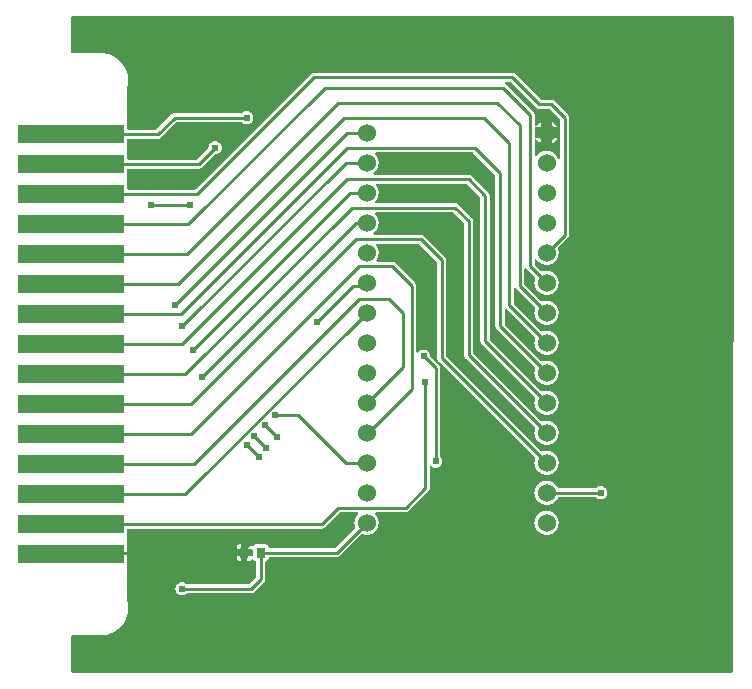
<source format=gtl>
G04 Layer: TopLayer*
G04 EasyEDA v6.5.22, 2023-04-21 14:11:52*
G04 6639ec0bfd30429d8febbb54714beaf6,0d2cea57a9a8422ebbcee2df73fbc454,10*
G04 Gerber Generator version 0.2*
G04 Scale: 100 percent, Rotated: No, Reflected: No *
G04 Dimensions in millimeters *
G04 leading zeros omitted , absolute positions ,4 integer and 5 decimal *
%FSLAX45Y45*%
%MOMM*%

%ADD10C,0.2540*%
%ADD11R,0.8000X0.9000*%
%ADD12R,9.0000X1.5240*%
%ADD13C,1.5240*%
%ADD14C,0.6096*%
%ADD15C,0.6000*%
%ADD16C,0.0157*%

%LPD*%
G36*
X4853482Y4934559D02*
G01*
X4849622Y4935321D01*
X4846320Y4937506D01*
X4844084Y4940757D01*
X4840935Y4948224D01*
X4833975Y4959959D01*
X4825492Y4970678D01*
X4815687Y4980178D01*
X4804714Y4988255D01*
X4792776Y4994808D01*
X4780026Y4999685D01*
X4766767Y5002885D01*
X4753203Y5004206D01*
X4739589Y5003749D01*
X4726127Y5001514D01*
X4713122Y4997450D01*
X4700727Y4991709D01*
X4689246Y4984394D01*
X4678832Y4975606D01*
X4669688Y4965446D01*
X4667250Y4961890D01*
X4664151Y4958994D01*
X4660087Y4957572D01*
X4655870Y4957978D01*
X4652162Y4960061D01*
X4649622Y4963464D01*
X4648708Y4967681D01*
X4648708Y5090718D01*
X4649622Y5094884D01*
X4652162Y5098338D01*
X4655870Y5100421D01*
X4660087Y5100828D01*
X4664151Y5099405D01*
X4667250Y5096510D01*
X4669688Y5092954D01*
X4678832Y5082794D01*
X4689246Y5074005D01*
X4700727Y5066690D01*
X4705350Y5064556D01*
X4705350Y5111750D01*
X4658868Y5111750D01*
X4654956Y5112512D01*
X4651705Y5114747D01*
X4649470Y5117998D01*
X4648708Y5121910D01*
X4648708Y5190490D01*
X4649470Y5194401D01*
X4651705Y5197652D01*
X4654956Y5199888D01*
X4658868Y5200650D01*
X4705350Y5200650D01*
X4705350Y5247843D01*
X4700727Y5245709D01*
X4689246Y5238394D01*
X4678832Y5229606D01*
X4669688Y5219446D01*
X4667250Y5215890D01*
X4664151Y5212994D01*
X4660087Y5211572D01*
X4655870Y5211978D01*
X4652162Y5214061D01*
X4649622Y5217464D01*
X4648708Y5221681D01*
X4648708Y5308092D01*
X4647895Y5316118D01*
X4645710Y5323332D01*
X4642154Y5330037D01*
X4637024Y5336235D01*
X4409135Y5564124D01*
X4402632Y5569458D01*
X4400042Y5572709D01*
X4398975Y5576671D01*
X4399534Y5580735D01*
X4401667Y5584291D01*
X4405071Y5586628D01*
X4409084Y5587492D01*
X4437481Y5587492D01*
X4441393Y5586730D01*
X4444695Y5584494D01*
X4658664Y5370576D01*
X4664862Y5365445D01*
X4671568Y5361889D01*
X4678781Y5359704D01*
X4686808Y5358892D01*
X4767681Y5358892D01*
X4771593Y5358130D01*
X4774895Y5355894D01*
X4860594Y5270195D01*
X4862830Y5266893D01*
X4863592Y5262981D01*
X4863592Y5198719D01*
X4862830Y5194401D01*
X4863592Y5190490D01*
X4863592Y5121910D01*
X4862830Y5117541D01*
X4863592Y5113680D01*
X4863592Y4944719D01*
X4862830Y4940858D01*
X4860645Y4937556D01*
X4857343Y4935372D01*
G37*

%LPC*%
G36*
X4794250Y5064404D02*
G01*
X4804714Y5070144D01*
X4815687Y5078222D01*
X4825492Y5087721D01*
X4833975Y5098440D01*
X4840935Y5110175D01*
X4841595Y5111750D01*
X4794250Y5111750D01*
G37*
G36*
X4794250Y5200650D02*
G01*
X4841595Y5200650D01*
X4840935Y5202224D01*
X4833975Y5213959D01*
X4825492Y5224678D01*
X4815687Y5234178D01*
X4804714Y5242255D01*
X4794250Y5247995D01*
G37*

%LPD*%
G36*
X733958Y584708D02*
G01*
X730097Y585470D01*
X726795Y587705D01*
X724560Y590956D01*
X723798Y594868D01*
X723798Y891438D01*
X724560Y895299D01*
X726795Y898601D01*
X730097Y900836D01*
X733958Y901598D01*
X977646Y901598D01*
X998931Y902665D01*
X1021080Y905865D01*
X1042873Y911250D01*
X1064006Y918718D01*
X1086866Y929589D01*
X1105966Y941273D01*
X1123848Y954786D01*
X1140307Y969975D01*
X1155242Y986688D01*
X1168450Y1004824D01*
X1178458Y1021537D01*
X1188161Y1041755D01*
X1189278Y1044448D01*
X1195832Y1062837D01*
X1201978Y1087374D01*
X1204823Y1106678D01*
X1206042Y1129030D01*
X1204823Y1154328D01*
X1201978Y1173632D01*
X1196695Y1195273D01*
X1194308Y1202385D01*
X1193800Y1205585D01*
X1193800Y1491792D01*
X1194206Y1494586D01*
X1195374Y1497177D01*
X1197203Y1500073D01*
X1199083Y1505559D01*
X1199794Y1511858D01*
X1199794Y1543913D01*
X1196644Y1546148D01*
X1194562Y1549400D01*
X1193800Y1553210D01*
X1193800Y1621790D01*
X1194562Y1625600D01*
X1196644Y1628851D01*
X1199794Y1631086D01*
X1199794Y1663141D01*
X1199083Y1669440D01*
X1197203Y1674926D01*
X1195374Y1677822D01*
X1194206Y1680413D01*
X1193800Y1683207D01*
X1193800Y1745792D01*
X1194206Y1748586D01*
X1195374Y1751177D01*
X1197203Y1754073D01*
X1199083Y1759559D01*
X1199794Y1765858D01*
X1199794Y1792732D01*
X1200607Y1796643D01*
X1202791Y1799894D01*
X1206093Y1802130D01*
X1209954Y1802892D01*
X2844292Y1802892D01*
X2852318Y1803704D01*
X2859532Y1805889D01*
X2866237Y1809445D01*
X2872435Y1814575D01*
X2997504Y1939594D01*
X3000806Y1941830D01*
X3004718Y1942592D01*
X3145536Y1942592D01*
X3149346Y1941830D01*
X3152597Y1939747D01*
X3154781Y1936546D01*
X3155696Y1932787D01*
X3155035Y1928926D01*
X3153054Y1925624D01*
X3145688Y1917446D01*
X3137966Y1906219D01*
X3131820Y1894078D01*
X3127349Y1881174D01*
X3124606Y1867814D01*
X3123692Y1854200D01*
X3124606Y1840585D01*
X3127349Y1827225D01*
X3129584Y1820722D01*
X3130143Y1816963D01*
X3129330Y1813306D01*
X3127197Y1810207D01*
X2958795Y1641805D01*
X2955493Y1639570D01*
X2951581Y1638807D01*
X2406243Y1638807D01*
X2402586Y1639468D01*
X2399487Y1641398D01*
X2397201Y1644294D01*
X2396134Y1647850D01*
X2395778Y1650949D01*
X2393899Y1656435D01*
X2390800Y1661312D01*
X2386685Y1665427D01*
X2381808Y1668475D01*
X2376322Y1670405D01*
X2370023Y1671116D01*
X2291181Y1671116D01*
X2284831Y1670405D01*
X2279396Y1668475D01*
X2274468Y1665427D01*
X2270404Y1661312D01*
X2269185Y1659432D01*
X2266391Y1656486D01*
X2262632Y1654860D01*
X2258568Y1654860D01*
X2254808Y1656486D01*
X2252014Y1659432D01*
X2250795Y1661312D01*
X2246731Y1665427D01*
X2241804Y1668475D01*
X2236368Y1670405D01*
X2230018Y1671116D01*
X2216962Y1671116D01*
X2216962Y1629054D01*
X2254504Y1629054D01*
X2258415Y1628292D01*
X2261717Y1626057D01*
X2263902Y1622755D01*
X2264664Y1618894D01*
X2264664Y1581505D01*
X2263902Y1577644D01*
X2261717Y1574342D01*
X2258415Y1572107D01*
X2254504Y1571345D01*
X2216962Y1571345D01*
X2216962Y1529283D01*
X2230018Y1529283D01*
X2236368Y1529994D01*
X2241804Y1531924D01*
X2246731Y1534972D01*
X2250795Y1539087D01*
X2252014Y1540967D01*
X2254808Y1543913D01*
X2258568Y1545539D01*
X2262632Y1545539D01*
X2266391Y1543913D01*
X2269185Y1540967D01*
X2270404Y1539087D01*
X2274468Y1534972D01*
X2279396Y1531924D01*
X2285187Y1529892D01*
X2288743Y1527759D01*
X2291130Y1524355D01*
X2291994Y1520291D01*
X2291994Y1398320D01*
X2291232Y1394409D01*
X2288997Y1391107D01*
X2234895Y1337005D01*
X2231593Y1334770D01*
X2227681Y1334008D01*
X1708708Y1334008D01*
X1704797Y1334770D01*
X1701495Y1337005D01*
X1699920Y1338580D01*
X1691893Y1344218D01*
X1682953Y1348333D01*
X1673504Y1350873D01*
X1663700Y1351737D01*
X1653895Y1350873D01*
X1644446Y1348333D01*
X1635506Y1344218D01*
X1627479Y1338580D01*
X1620520Y1331620D01*
X1614881Y1323594D01*
X1610766Y1314653D01*
X1608226Y1305204D01*
X1607362Y1295400D01*
X1608226Y1285595D01*
X1610766Y1276146D01*
X1614881Y1267206D01*
X1620520Y1259179D01*
X1627479Y1252220D01*
X1635506Y1246581D01*
X1644446Y1242466D01*
X1653895Y1239926D01*
X1663700Y1239062D01*
X1673504Y1239926D01*
X1682953Y1242466D01*
X1691893Y1246581D01*
X1699920Y1252220D01*
X1701495Y1253794D01*
X1704797Y1256030D01*
X1708708Y1256792D01*
X2247392Y1256792D01*
X2255418Y1257604D01*
X2262632Y1259789D01*
X2269337Y1263345D01*
X2275535Y1268476D01*
X2357526Y1350467D01*
X2362657Y1356664D01*
X2366213Y1363370D01*
X2368397Y1370584D01*
X2369210Y1378610D01*
X2369210Y1520291D01*
X2370074Y1524355D01*
X2372461Y1527759D01*
X2376017Y1529892D01*
X2381808Y1531924D01*
X2386685Y1534972D01*
X2390800Y1539087D01*
X2393899Y1543964D01*
X2395778Y1549450D01*
X2396134Y1552549D01*
X2397201Y1556105D01*
X2399487Y1559001D01*
X2402586Y1560931D01*
X2406243Y1561592D01*
X2971292Y1561592D01*
X2979318Y1562404D01*
X2986532Y1564589D01*
X2993237Y1568145D01*
X2999435Y1573276D01*
X3181756Y1755546D01*
X3184753Y1757629D01*
X3188309Y1758492D01*
X3191916Y1758035D01*
X3202127Y1754886D01*
X3215589Y1752650D01*
X3229203Y1752193D01*
X3242767Y1753514D01*
X3256026Y1756714D01*
X3268776Y1761591D01*
X3280714Y1768144D01*
X3291687Y1776222D01*
X3301492Y1785721D01*
X3309975Y1796440D01*
X3316935Y1808175D01*
X3322218Y1820722D01*
X3325825Y1833880D01*
X3327654Y1847392D01*
X3327654Y1861007D01*
X3325825Y1874520D01*
X3322218Y1887677D01*
X3316935Y1900224D01*
X3309975Y1911959D01*
X3301492Y1922678D01*
X3298951Y1925116D01*
X3296716Y1928418D01*
X3295904Y1932330D01*
X3296615Y1936242D01*
X3298799Y1939594D01*
X3302101Y1941830D01*
X3306064Y1942592D01*
X3555492Y1942592D01*
X3563518Y1943404D01*
X3570732Y1945589D01*
X3577437Y1949145D01*
X3583635Y1954275D01*
X3748024Y2118664D01*
X3753154Y2124862D01*
X3756710Y2131568D01*
X3758895Y2138781D01*
X3759708Y2146808D01*
X3759708Y2322068D01*
X3760673Y2326386D01*
X3763314Y2329840D01*
X3767226Y2331872D01*
X3771646Y2332075D01*
X3775710Y2330399D01*
X3781806Y2326081D01*
X3790746Y2321966D01*
X3800195Y2319426D01*
X3810000Y2318562D01*
X3819804Y2319426D01*
X3829253Y2321966D01*
X3838194Y2326081D01*
X3846220Y2331720D01*
X3853179Y2338679D01*
X3858818Y2346706D01*
X3862933Y2355646D01*
X3865473Y2365095D01*
X3866337Y2374900D01*
X3865473Y2384704D01*
X3862933Y2394153D01*
X3858818Y2403094D01*
X3853179Y2411120D01*
X3851605Y2412695D01*
X3849370Y2415997D01*
X3848608Y2419908D01*
X3848608Y3161792D01*
X3847795Y3169818D01*
X3845610Y3177032D01*
X3842054Y3183737D01*
X3836924Y3189935D01*
X3767531Y3259378D01*
X3765499Y3262274D01*
X3764584Y3265678D01*
X3763873Y3273704D01*
X3761333Y3283153D01*
X3757218Y3292094D01*
X3751579Y3300120D01*
X3744620Y3307079D01*
X3736594Y3312718D01*
X3727653Y3316833D01*
X3718204Y3319373D01*
X3708400Y3320237D01*
X3698595Y3319373D01*
X3689146Y3316833D01*
X3680206Y3312718D01*
X3672179Y3307079D01*
X3665220Y3300120D01*
X3663899Y3298190D01*
X3660800Y3295294D01*
X3656736Y3293922D01*
X3652520Y3294329D01*
X3648811Y3296462D01*
X3646322Y3299866D01*
X3645408Y3304032D01*
X3645408Y3860292D01*
X3644595Y3868318D01*
X3642410Y3875532D01*
X3638854Y3882237D01*
X3633724Y3888435D01*
X3469335Y4052824D01*
X3463137Y4057954D01*
X3456432Y4061510D01*
X3449218Y4063695D01*
X3441192Y4064508D01*
X3316782Y4064508D01*
X3312363Y4065524D01*
X3308858Y4068318D01*
X3306876Y4072382D01*
X3306876Y4076903D01*
X3308807Y4080967D01*
X3309975Y4082440D01*
X3316935Y4094175D01*
X3322218Y4106722D01*
X3325825Y4119879D01*
X3327654Y4133392D01*
X3327654Y4147007D01*
X3325825Y4160520D01*
X3322218Y4173677D01*
X3316935Y4186224D01*
X3309975Y4197959D01*
X3308807Y4199432D01*
X3306876Y4203496D01*
X3306876Y4208018D01*
X3308858Y4212082D01*
X3312363Y4214876D01*
X3316782Y4215892D01*
X3662781Y4215892D01*
X3666693Y4215130D01*
X3669995Y4212894D01*
X3819194Y4063695D01*
X3821429Y4060393D01*
X3822192Y4056481D01*
X3822192Y3251708D01*
X3823004Y3243681D01*
X3825189Y3236468D01*
X3828745Y3229762D01*
X3833876Y3223564D01*
X4651197Y2406192D01*
X4653330Y2403094D01*
X4654143Y2399436D01*
X4653584Y2395677D01*
X4651349Y2389174D01*
X4648606Y2375814D01*
X4647692Y2362200D01*
X4648606Y2348585D01*
X4651349Y2335225D01*
X4655820Y2322322D01*
X4661966Y2310180D01*
X4669688Y2298954D01*
X4678832Y2288794D01*
X4689246Y2280005D01*
X4700727Y2272690D01*
X4713122Y2266950D01*
X4726127Y2262886D01*
X4739589Y2260650D01*
X4753203Y2260193D01*
X4766767Y2261514D01*
X4780026Y2264714D01*
X4792776Y2269591D01*
X4804714Y2276144D01*
X4815687Y2284222D01*
X4825492Y2293721D01*
X4833975Y2304440D01*
X4840935Y2316175D01*
X4846218Y2328722D01*
X4849825Y2341880D01*
X4851654Y2355392D01*
X4851654Y2369007D01*
X4849825Y2382520D01*
X4846218Y2395677D01*
X4840935Y2408224D01*
X4833975Y2419959D01*
X4825492Y2430678D01*
X4815687Y2440178D01*
X4804714Y2448255D01*
X4792776Y2454808D01*
X4780026Y2459685D01*
X4766767Y2462885D01*
X4753203Y2464206D01*
X4739589Y2463749D01*
X4726127Y2461514D01*
X4715916Y2458364D01*
X4712309Y2457907D01*
X4708753Y2458770D01*
X4705756Y2460853D01*
X3902405Y3264204D01*
X3900170Y3267506D01*
X3899408Y3271418D01*
X3899408Y4076192D01*
X3898595Y4084218D01*
X3896410Y4091432D01*
X3892854Y4098137D01*
X3887724Y4104335D01*
X3710635Y4281424D01*
X3704437Y4286554D01*
X3697732Y4290110D01*
X3690518Y4292295D01*
X3682492Y4293108D01*
X3291230Y4293108D01*
X3287115Y4293971D01*
X3283712Y4296460D01*
X3281578Y4300118D01*
X3281121Y4304284D01*
X3282391Y4308297D01*
X3285185Y4311446D01*
X3291687Y4316222D01*
X3301492Y4325721D01*
X3309975Y4336440D01*
X3316935Y4348175D01*
X3322218Y4360722D01*
X3325825Y4373880D01*
X3327654Y4387392D01*
X3327654Y4401007D01*
X3325825Y4414520D01*
X3322218Y4427677D01*
X3316935Y4440224D01*
X3309975Y4451959D01*
X3301492Y4462678D01*
X3298951Y4465116D01*
X3296716Y4468418D01*
X3295904Y4472330D01*
X3296615Y4476242D01*
X3298799Y4479594D01*
X3302101Y4481830D01*
X3306064Y4482592D01*
X3954881Y4482592D01*
X3958793Y4481830D01*
X3962095Y4479594D01*
X4047794Y4393895D01*
X4050029Y4390593D01*
X4050792Y4386681D01*
X4050792Y3277108D01*
X4051604Y3269081D01*
X4053789Y3261867D01*
X4057345Y3255162D01*
X4062476Y3248964D01*
X4651197Y2660192D01*
X4653330Y2657094D01*
X4654143Y2653436D01*
X4653584Y2649677D01*
X4651349Y2643174D01*
X4648606Y2629814D01*
X4647692Y2616200D01*
X4648606Y2602585D01*
X4651349Y2589225D01*
X4655820Y2576322D01*
X4661966Y2564180D01*
X4669688Y2552954D01*
X4678832Y2542794D01*
X4689246Y2534005D01*
X4700727Y2526690D01*
X4713122Y2520950D01*
X4726127Y2516886D01*
X4739589Y2514650D01*
X4753203Y2514193D01*
X4766767Y2515514D01*
X4780026Y2518714D01*
X4792776Y2523591D01*
X4804714Y2530144D01*
X4815687Y2538222D01*
X4825492Y2547721D01*
X4833975Y2558440D01*
X4840935Y2570175D01*
X4846218Y2582722D01*
X4849825Y2595880D01*
X4851654Y2609392D01*
X4851654Y2623007D01*
X4849825Y2636520D01*
X4846218Y2649677D01*
X4840935Y2662224D01*
X4833975Y2673959D01*
X4825492Y2684678D01*
X4815687Y2694178D01*
X4804714Y2702255D01*
X4792776Y2708808D01*
X4780026Y2713685D01*
X4766767Y2716885D01*
X4753203Y2718206D01*
X4739589Y2717749D01*
X4726127Y2715514D01*
X4715916Y2712364D01*
X4712309Y2711907D01*
X4708753Y2712770D01*
X4705756Y2714853D01*
X4131005Y3289604D01*
X4128770Y3292906D01*
X4128008Y3296818D01*
X4128008Y4406392D01*
X4127195Y4414418D01*
X4125010Y4421632D01*
X4121454Y4428337D01*
X4116324Y4434535D01*
X4002735Y4548124D01*
X3996537Y4553254D01*
X3989832Y4556810D01*
X3982618Y4558995D01*
X3974592Y4559808D01*
X3306064Y4559808D01*
X3302101Y4560570D01*
X3298799Y4562805D01*
X3296615Y4566158D01*
X3295904Y4570069D01*
X3296716Y4573981D01*
X3298951Y4577283D01*
X3301492Y4579721D01*
X3309975Y4590440D01*
X3316935Y4602175D01*
X3322218Y4614722D01*
X3325825Y4627880D01*
X3327654Y4641392D01*
X3327654Y4655007D01*
X3325825Y4668520D01*
X3322218Y4681677D01*
X3316935Y4694224D01*
X3309975Y4705959D01*
X3308807Y4707432D01*
X3306876Y4711496D01*
X3306876Y4716018D01*
X3308858Y4720082D01*
X3312363Y4722876D01*
X3316782Y4723892D01*
X4069181Y4723892D01*
X4073093Y4723130D01*
X4076395Y4720894D01*
X4187494Y4609795D01*
X4189729Y4606493D01*
X4190492Y4602581D01*
X4190492Y3391408D01*
X4191304Y3383381D01*
X4193489Y3376168D01*
X4197045Y3369462D01*
X4202176Y3363264D01*
X4651197Y2914192D01*
X4653330Y2911094D01*
X4654143Y2907436D01*
X4653584Y2903677D01*
X4651349Y2897174D01*
X4648606Y2883814D01*
X4647692Y2870200D01*
X4648606Y2856585D01*
X4651349Y2843225D01*
X4655820Y2830322D01*
X4661966Y2818180D01*
X4669688Y2806954D01*
X4678832Y2796794D01*
X4689246Y2788005D01*
X4700727Y2780690D01*
X4713122Y2774950D01*
X4726127Y2770886D01*
X4739589Y2768650D01*
X4753203Y2768193D01*
X4766767Y2769514D01*
X4780026Y2772714D01*
X4792776Y2777591D01*
X4804714Y2784144D01*
X4815687Y2792222D01*
X4825492Y2801721D01*
X4833975Y2812440D01*
X4840935Y2824175D01*
X4846218Y2836722D01*
X4849825Y2849880D01*
X4851654Y2863392D01*
X4851654Y2877007D01*
X4849825Y2890520D01*
X4846218Y2903677D01*
X4840935Y2916224D01*
X4833975Y2927959D01*
X4825492Y2938678D01*
X4815687Y2948178D01*
X4804714Y2956255D01*
X4792776Y2962808D01*
X4780026Y2967685D01*
X4766767Y2970885D01*
X4753203Y2972206D01*
X4739589Y2971749D01*
X4726127Y2969514D01*
X4715916Y2966364D01*
X4712309Y2965907D01*
X4708753Y2966770D01*
X4705756Y2968853D01*
X4270705Y3403904D01*
X4268470Y3407206D01*
X4267708Y3411118D01*
X4267708Y4622292D01*
X4266895Y4630318D01*
X4264710Y4637532D01*
X4261154Y4644237D01*
X4256024Y4650435D01*
X4117035Y4789424D01*
X4110837Y4794554D01*
X4104132Y4798110D01*
X4096918Y4800295D01*
X4088892Y4801108D01*
X3291230Y4801108D01*
X3287115Y4801971D01*
X3283712Y4804460D01*
X3281578Y4808118D01*
X3281121Y4812284D01*
X3282391Y4816297D01*
X3285185Y4819446D01*
X3291687Y4824222D01*
X3301492Y4833721D01*
X3309975Y4844440D01*
X3316935Y4856175D01*
X3322218Y4868722D01*
X3325825Y4881880D01*
X3327654Y4895392D01*
X3327654Y4909007D01*
X3325825Y4922520D01*
X3322218Y4935677D01*
X3316935Y4948224D01*
X3309975Y4959959D01*
X3301492Y4970678D01*
X3298951Y4973116D01*
X3296716Y4976418D01*
X3295904Y4980330D01*
X3296615Y4984242D01*
X3298799Y4987594D01*
X3302101Y4989830D01*
X3306064Y4990592D01*
X4119981Y4990592D01*
X4123893Y4989830D01*
X4127195Y4987594D01*
X4314494Y4800295D01*
X4316730Y4796993D01*
X4317492Y4793081D01*
X4317492Y3518408D01*
X4318304Y3510381D01*
X4320489Y3503168D01*
X4324045Y3496462D01*
X4329176Y3490264D01*
X4651197Y3168192D01*
X4653330Y3165094D01*
X4654143Y3161436D01*
X4653584Y3157677D01*
X4651349Y3151174D01*
X4648606Y3137814D01*
X4647692Y3124200D01*
X4648606Y3110585D01*
X4651349Y3097225D01*
X4655820Y3084322D01*
X4661966Y3072180D01*
X4669688Y3060954D01*
X4678832Y3050794D01*
X4689246Y3042005D01*
X4700727Y3034690D01*
X4713122Y3028950D01*
X4726127Y3024886D01*
X4739589Y3022650D01*
X4753203Y3022193D01*
X4766767Y3023514D01*
X4780026Y3026714D01*
X4792776Y3031591D01*
X4804714Y3038144D01*
X4815687Y3046222D01*
X4825492Y3055721D01*
X4833975Y3066440D01*
X4840935Y3078175D01*
X4846218Y3090722D01*
X4849825Y3103880D01*
X4851654Y3117392D01*
X4851654Y3131007D01*
X4849825Y3144520D01*
X4846218Y3157677D01*
X4840935Y3170224D01*
X4833975Y3181959D01*
X4825492Y3192678D01*
X4815687Y3202178D01*
X4804714Y3210255D01*
X4792776Y3216808D01*
X4780026Y3221685D01*
X4766767Y3224885D01*
X4753203Y3226206D01*
X4739589Y3225749D01*
X4726127Y3223514D01*
X4715916Y3220364D01*
X4712309Y3219907D01*
X4708753Y3220770D01*
X4705756Y3222853D01*
X4397705Y3530904D01*
X4395470Y3534206D01*
X4394708Y3538118D01*
X4394708Y3654145D01*
X4395470Y3658057D01*
X4397705Y3661359D01*
X4400956Y3663543D01*
X4404868Y3664305D01*
X4408779Y3663543D01*
X4412030Y3661359D01*
X4651197Y3422192D01*
X4653330Y3419094D01*
X4654143Y3415436D01*
X4653584Y3411677D01*
X4651349Y3405174D01*
X4648606Y3391814D01*
X4647692Y3378200D01*
X4648606Y3364585D01*
X4651349Y3351225D01*
X4655820Y3338322D01*
X4661966Y3326180D01*
X4669688Y3314954D01*
X4678832Y3304794D01*
X4689246Y3296005D01*
X4700727Y3288690D01*
X4713122Y3282950D01*
X4726127Y3278886D01*
X4739589Y3276650D01*
X4753203Y3276193D01*
X4766767Y3277514D01*
X4780026Y3280714D01*
X4792776Y3285591D01*
X4804714Y3292144D01*
X4815687Y3300222D01*
X4825492Y3309721D01*
X4833975Y3320440D01*
X4840935Y3332175D01*
X4846218Y3344722D01*
X4849825Y3357879D01*
X4851654Y3371392D01*
X4851654Y3385007D01*
X4849825Y3398520D01*
X4846218Y3411677D01*
X4840935Y3424224D01*
X4833975Y3435959D01*
X4825492Y3446678D01*
X4815687Y3456178D01*
X4804714Y3464255D01*
X4792776Y3470808D01*
X4780026Y3475685D01*
X4766767Y3478885D01*
X4753203Y3480206D01*
X4739589Y3479749D01*
X4726127Y3477514D01*
X4715916Y3474364D01*
X4712309Y3473907D01*
X4708753Y3474770D01*
X4705756Y3476853D01*
X4473905Y3708704D01*
X4471670Y3712006D01*
X4470908Y3715918D01*
X4470908Y3833215D01*
X4471771Y3837228D01*
X4474108Y3840632D01*
X4477664Y3842765D01*
X4481728Y3843324D01*
X4485690Y3842258D01*
X4488942Y3839667D01*
X4494276Y3833164D01*
X4651197Y3676192D01*
X4653330Y3673094D01*
X4654143Y3669436D01*
X4653584Y3665677D01*
X4651349Y3659174D01*
X4648606Y3645814D01*
X4647692Y3632200D01*
X4648606Y3618585D01*
X4651349Y3605225D01*
X4655820Y3592322D01*
X4661966Y3580180D01*
X4669688Y3568954D01*
X4678832Y3558794D01*
X4689246Y3550005D01*
X4700727Y3542690D01*
X4713122Y3536950D01*
X4726127Y3532886D01*
X4739589Y3530650D01*
X4753203Y3530193D01*
X4766767Y3531514D01*
X4780026Y3534714D01*
X4792776Y3539591D01*
X4804714Y3546144D01*
X4815687Y3554222D01*
X4825492Y3563721D01*
X4833975Y3574440D01*
X4840935Y3586175D01*
X4846218Y3598722D01*
X4849825Y3611879D01*
X4851654Y3625392D01*
X4851654Y3639007D01*
X4849825Y3652520D01*
X4846218Y3665677D01*
X4840935Y3678224D01*
X4833975Y3689959D01*
X4825492Y3700678D01*
X4815687Y3710178D01*
X4804714Y3718255D01*
X4792776Y3724808D01*
X4780026Y3729685D01*
X4766767Y3732885D01*
X4753203Y3734206D01*
X4739589Y3733749D01*
X4726127Y3731514D01*
X4715916Y3728364D01*
X4712309Y3727907D01*
X4708753Y3728770D01*
X4705756Y3730853D01*
X4562805Y3873804D01*
X4560570Y3877106D01*
X4559808Y3881018D01*
X4559808Y3998315D01*
X4560671Y4002328D01*
X4563008Y4005732D01*
X4566564Y4007865D01*
X4570628Y4008424D01*
X4574590Y4007358D01*
X4577842Y4004767D01*
X4583176Y3998264D01*
X4651197Y3930192D01*
X4653330Y3927094D01*
X4654143Y3923436D01*
X4653584Y3919677D01*
X4651349Y3913174D01*
X4648606Y3899814D01*
X4647692Y3886200D01*
X4648606Y3872585D01*
X4651349Y3859225D01*
X4655820Y3846322D01*
X4661966Y3834180D01*
X4669688Y3822954D01*
X4678832Y3812794D01*
X4689246Y3804005D01*
X4700727Y3796690D01*
X4713122Y3790950D01*
X4726127Y3786886D01*
X4739589Y3784650D01*
X4753203Y3784193D01*
X4766767Y3785514D01*
X4780026Y3788714D01*
X4792776Y3793591D01*
X4804714Y3800144D01*
X4815687Y3808222D01*
X4825492Y3817721D01*
X4833975Y3828440D01*
X4840935Y3840175D01*
X4846218Y3852722D01*
X4849825Y3865879D01*
X4851654Y3879392D01*
X4851654Y3893007D01*
X4849825Y3906520D01*
X4846218Y3919677D01*
X4840935Y3932224D01*
X4833975Y3943959D01*
X4825492Y3954678D01*
X4815687Y3964178D01*
X4804714Y3972255D01*
X4792776Y3978808D01*
X4780026Y3983685D01*
X4766767Y3986885D01*
X4753203Y3988206D01*
X4739589Y3987749D01*
X4726127Y3985514D01*
X4715916Y3982364D01*
X4712309Y3981907D01*
X4708753Y3982770D01*
X4705756Y3984853D01*
X4651705Y4038904D01*
X4649470Y4042206D01*
X4648708Y4046118D01*
X4648708Y4074718D01*
X4649622Y4078884D01*
X4652162Y4082338D01*
X4655870Y4084421D01*
X4660087Y4084828D01*
X4664151Y4083405D01*
X4667250Y4080510D01*
X4669688Y4076954D01*
X4678832Y4066794D01*
X4689246Y4058005D01*
X4700727Y4050690D01*
X4713122Y4044950D01*
X4726127Y4040886D01*
X4739589Y4038650D01*
X4753203Y4038193D01*
X4766767Y4039514D01*
X4780026Y4042714D01*
X4792776Y4047591D01*
X4804714Y4054144D01*
X4815687Y4062222D01*
X4825492Y4071721D01*
X4833975Y4082440D01*
X4840935Y4094175D01*
X4846218Y4106722D01*
X4849825Y4119879D01*
X4851654Y4133392D01*
X4851654Y4147007D01*
X4849825Y4160520D01*
X4845964Y4174490D01*
X4845659Y4178046D01*
X4846574Y4181500D01*
X4848606Y4184396D01*
X4929124Y4264964D01*
X4934254Y4271162D01*
X4937810Y4277868D01*
X4939995Y4285081D01*
X4940808Y4293108D01*
X4940808Y5282692D01*
X4939995Y5290718D01*
X4937810Y5297932D01*
X4934254Y5304637D01*
X4929124Y5310835D01*
X4815535Y5424424D01*
X4809337Y5429554D01*
X4802632Y5433110D01*
X4795418Y5435295D01*
X4787392Y5436108D01*
X4706518Y5436108D01*
X4702606Y5436870D01*
X4699304Y5439105D01*
X4485335Y5653024D01*
X4479137Y5658154D01*
X4472432Y5661710D01*
X4465218Y5663895D01*
X4457192Y5664708D01*
X2781808Y5664708D01*
X2773781Y5663895D01*
X2766568Y5661710D01*
X2759862Y5658154D01*
X2753664Y5653024D01*
X1777695Y4677105D01*
X1774393Y4674870D01*
X1770481Y4674108D01*
X1209954Y4674108D01*
X1206093Y4674870D01*
X1202791Y4677105D01*
X1200607Y4680356D01*
X1199794Y4684268D01*
X1199794Y4711141D01*
X1199083Y4717440D01*
X1197203Y4722926D01*
X1195374Y4725822D01*
X1194206Y4728413D01*
X1193800Y4731207D01*
X1193800Y4793792D01*
X1194206Y4796586D01*
X1195374Y4799177D01*
X1197203Y4802073D01*
X1199083Y4807559D01*
X1199794Y4813858D01*
X1199794Y4840732D01*
X1200607Y4844643D01*
X1202791Y4847894D01*
X1206093Y4850130D01*
X1209954Y4850892D01*
X1802892Y4850892D01*
X1810918Y4851704D01*
X1818132Y4853889D01*
X1824837Y4857445D01*
X1831035Y4862576D01*
X1938578Y4970068D01*
X1941474Y4972100D01*
X1944878Y4973015D01*
X1952904Y4973726D01*
X1962353Y4976266D01*
X1971293Y4980381D01*
X1979320Y4986020D01*
X1986280Y4992979D01*
X1991918Y5001006D01*
X1996033Y5009946D01*
X1998573Y5019395D01*
X1999437Y5029200D01*
X1998573Y5039004D01*
X1996033Y5048453D01*
X1991918Y5057394D01*
X1986280Y5065420D01*
X1979320Y5072380D01*
X1971293Y5078018D01*
X1962353Y5082133D01*
X1952904Y5084673D01*
X1943100Y5085537D01*
X1933295Y5084673D01*
X1923846Y5082133D01*
X1914906Y5078018D01*
X1906879Y5072380D01*
X1899920Y5065420D01*
X1894281Y5057394D01*
X1890166Y5048453D01*
X1887626Y5039004D01*
X1886915Y5030978D01*
X1886000Y5027574D01*
X1883968Y5024678D01*
X1790395Y4931105D01*
X1787093Y4928870D01*
X1783181Y4928108D01*
X1209954Y4928108D01*
X1206093Y4928870D01*
X1202791Y4931105D01*
X1200607Y4934356D01*
X1199794Y4938268D01*
X1199794Y4965141D01*
X1199083Y4971440D01*
X1197203Y4976926D01*
X1195374Y4979822D01*
X1194206Y4982413D01*
X1193800Y4985207D01*
X1193800Y5047792D01*
X1194206Y5050586D01*
X1195374Y5053177D01*
X1197203Y5056073D01*
X1199083Y5061559D01*
X1199794Y5067858D01*
X1199794Y5094732D01*
X1200607Y5098643D01*
X1202791Y5101894D01*
X1206093Y5104130D01*
X1209954Y5104892D01*
X1459992Y5104892D01*
X1468018Y5105704D01*
X1475232Y5107889D01*
X1481937Y5111445D01*
X1488135Y5116576D01*
X1613204Y5241594D01*
X1616506Y5243830D01*
X1620418Y5244592D01*
X2164791Y5244592D01*
X2168702Y5243830D01*
X2172004Y5241594D01*
X2173579Y5240020D01*
X2181606Y5234381D01*
X2190546Y5230266D01*
X2199995Y5227726D01*
X2209800Y5226862D01*
X2219604Y5227726D01*
X2229053Y5230266D01*
X2237994Y5234381D01*
X2246020Y5240020D01*
X2252980Y5246979D01*
X2258618Y5255006D01*
X2262733Y5263946D01*
X2265273Y5273395D01*
X2266137Y5283200D01*
X2265273Y5293004D01*
X2262733Y5302453D01*
X2258618Y5311394D01*
X2252980Y5319420D01*
X2246020Y5326380D01*
X2237994Y5332018D01*
X2229053Y5336133D01*
X2219604Y5338673D01*
X2209800Y5339537D01*
X2199995Y5338673D01*
X2190546Y5336133D01*
X2181606Y5332018D01*
X2173579Y5326380D01*
X2172004Y5324805D01*
X2168702Y5322570D01*
X2164791Y5321808D01*
X1600708Y5321808D01*
X1592681Y5320995D01*
X1585468Y5318810D01*
X1578762Y5315254D01*
X1572564Y5310124D01*
X1447495Y5185105D01*
X1444193Y5182870D01*
X1440281Y5182108D01*
X1209954Y5182108D01*
X1206093Y5182870D01*
X1202791Y5185105D01*
X1200607Y5188356D01*
X1199794Y5192268D01*
X1199794Y5219141D01*
X1199083Y5225440D01*
X1197203Y5230926D01*
X1195374Y5233822D01*
X1194206Y5236413D01*
X1193800Y5239207D01*
X1193800Y5525414D01*
X1194308Y5528614D01*
X1196695Y5535726D01*
X1201978Y5557367D01*
X1204823Y5576671D01*
X1206042Y5599023D01*
X1204823Y5624322D01*
X1201978Y5643626D01*
X1195832Y5668162D01*
X1189278Y5686552D01*
X1179830Y5706872D01*
X1178458Y5709462D01*
X1166825Y5728614D01*
X1153414Y5746546D01*
X1138275Y5763056D01*
X1123848Y5776214D01*
X1105966Y5789726D01*
X1086866Y5801410D01*
X1064006Y5812282D01*
X1042873Y5819749D01*
X1021080Y5825134D01*
X998931Y5828334D01*
X977646Y5829401D01*
X733958Y5829401D01*
X730097Y5830163D01*
X726795Y5832398D01*
X724560Y5835700D01*
X723798Y5839561D01*
X723798Y6129528D01*
X724560Y6133439D01*
X726795Y6136690D01*
X730097Y6138926D01*
X733958Y6139688D01*
X6326530Y6139688D01*
X6330442Y6138926D01*
X6333744Y6136690D01*
X6335928Y6133388D01*
X6336690Y6129528D01*
X6324193Y594868D01*
X6323380Y590956D01*
X6321196Y587654D01*
X6317894Y585470D01*
X6314033Y584708D01*
G37*

%LPC*%
G36*
X2151176Y1529283D02*
G01*
X2164283Y1529283D01*
X2164283Y1571345D01*
X2124710Y1571345D01*
X2124710Y1555750D01*
X2125421Y1549450D01*
X2127300Y1543964D01*
X2130399Y1539087D01*
X2134514Y1534972D01*
X2139391Y1531924D01*
X2144877Y1529994D01*
G37*
G36*
X2124710Y1629054D02*
G01*
X2164283Y1629054D01*
X2164283Y1671116D01*
X2151176Y1671116D01*
X2144877Y1670405D01*
X2139391Y1668475D01*
X2134514Y1665427D01*
X2130399Y1661312D01*
X2127300Y1656435D01*
X2125421Y1650949D01*
X2124710Y1644650D01*
G37*
G36*
X4753203Y1752193D02*
G01*
X4766767Y1753514D01*
X4780026Y1756714D01*
X4792776Y1761591D01*
X4804714Y1768144D01*
X4815687Y1776222D01*
X4825492Y1785721D01*
X4833975Y1796440D01*
X4840935Y1808175D01*
X4846218Y1820722D01*
X4849825Y1833880D01*
X4851654Y1847392D01*
X4851654Y1861007D01*
X4849825Y1874520D01*
X4846218Y1887677D01*
X4840935Y1900224D01*
X4833975Y1911959D01*
X4825492Y1922678D01*
X4815687Y1932178D01*
X4804714Y1940255D01*
X4792776Y1946808D01*
X4780026Y1951685D01*
X4766767Y1954885D01*
X4753203Y1956206D01*
X4739589Y1955749D01*
X4726127Y1953514D01*
X4713122Y1949450D01*
X4700727Y1943709D01*
X4689246Y1936394D01*
X4678832Y1927606D01*
X4669688Y1917446D01*
X4661966Y1906219D01*
X4655820Y1894078D01*
X4651349Y1881174D01*
X4648606Y1867814D01*
X4647692Y1854200D01*
X4648606Y1840585D01*
X4651349Y1827225D01*
X4655820Y1814322D01*
X4661966Y1802180D01*
X4669688Y1790954D01*
X4678832Y1780793D01*
X4689246Y1772005D01*
X4700727Y1764690D01*
X4713122Y1758950D01*
X4726127Y1754886D01*
X4739589Y1752650D01*
G37*
G36*
X4753203Y2006193D02*
G01*
X4766767Y2007514D01*
X4780026Y2010714D01*
X4792776Y2015591D01*
X4804714Y2022144D01*
X4815687Y2030222D01*
X4825492Y2039721D01*
X4833975Y2050440D01*
X4843627Y2066645D01*
X4846929Y2068830D01*
X4850790Y2069592D01*
X5161991Y2069592D01*
X5165902Y2068830D01*
X5169204Y2066594D01*
X5170779Y2065020D01*
X5178806Y2059381D01*
X5187746Y2055266D01*
X5197195Y2052726D01*
X5207000Y2051862D01*
X5216804Y2052726D01*
X5226253Y2055266D01*
X5235194Y2059381D01*
X5243220Y2065020D01*
X5250180Y2071979D01*
X5255818Y2080006D01*
X5259933Y2088946D01*
X5262473Y2098395D01*
X5263337Y2108200D01*
X5262473Y2118004D01*
X5259933Y2127453D01*
X5255818Y2136394D01*
X5250180Y2144420D01*
X5243220Y2151380D01*
X5235194Y2157018D01*
X5226253Y2161133D01*
X5216804Y2163673D01*
X5207000Y2164537D01*
X5197195Y2163673D01*
X5187746Y2161133D01*
X5178806Y2157018D01*
X5170779Y2151380D01*
X5169204Y2149805D01*
X5165902Y2147570D01*
X5161991Y2146808D01*
X4850790Y2146808D01*
X4846929Y2147570D01*
X4843627Y2149754D01*
X4833975Y2165959D01*
X4825492Y2176678D01*
X4815687Y2186178D01*
X4804714Y2194255D01*
X4792776Y2200808D01*
X4780026Y2205685D01*
X4766767Y2208885D01*
X4753203Y2210206D01*
X4739589Y2209749D01*
X4726127Y2207514D01*
X4713122Y2203450D01*
X4700727Y2197709D01*
X4689246Y2190394D01*
X4678832Y2181606D01*
X4669688Y2171446D01*
X4661966Y2160219D01*
X4655820Y2148078D01*
X4651349Y2135174D01*
X4648606Y2121814D01*
X4647692Y2108200D01*
X4648606Y2094585D01*
X4651349Y2081225D01*
X4655820Y2068322D01*
X4661966Y2056180D01*
X4669688Y2044954D01*
X4678832Y2034793D01*
X4689246Y2026005D01*
X4700727Y2018690D01*
X4713122Y2012950D01*
X4726127Y2008886D01*
X4739589Y2006650D01*
G37*

%LPD*%
D10*
X2603500Y1739900D02*
G01*
X2298700Y1739900D01*
X2190597Y1631797D01*
X2190597Y1600200D01*
X723900Y3619500D02*
G01*
X1651000Y3619500D01*
X3060700Y5029200D01*
X4140200Y5029200D01*
X4356100Y4813300D01*
X4356100Y3517900D01*
X4749800Y3124200D01*
X723900Y2095500D02*
G01*
X1689100Y2095500D01*
X3225800Y3632200D01*
X723900Y2603500D02*
G01*
X1739900Y2603500D01*
X3162300Y4025900D01*
X3441700Y4025900D01*
X3606800Y3860800D01*
X3606800Y2984500D01*
X3238500Y2616200D01*
X3225800Y2616200D01*
X723900Y2857500D02*
G01*
X1739900Y2857500D01*
X3136900Y4254500D01*
X3683000Y4254500D01*
X3860800Y4076700D01*
X3860800Y3251200D01*
X4749800Y2362200D01*
X723900Y3365500D02*
G01*
X1663700Y3365500D01*
X3060700Y4762500D01*
X4089400Y4762500D01*
X4229100Y4622800D01*
X4229100Y3390900D01*
X4749800Y2870200D01*
X723900Y3873500D02*
G01*
X1625600Y3873500D01*
X3035300Y5283200D01*
X4216400Y5283200D01*
X4432300Y5067300D01*
X4432300Y3695700D01*
X4749800Y3378200D01*
X723900Y4381500D02*
G01*
X1714500Y4381500D01*
X2870200Y5537200D01*
X4381500Y5537200D01*
X4610100Y5308600D01*
X4610100Y4025900D01*
X4749800Y3886200D01*
X723900Y3111500D02*
G01*
X1689100Y3111500D01*
X3098800Y4521200D01*
X3975100Y4521200D01*
X4089400Y4406900D01*
X4089400Y3276600D01*
X4749800Y2616200D01*
X723900Y4635500D02*
G01*
X1790700Y4635500D01*
X2781300Y5626100D01*
X4457700Y5626100D01*
X4686300Y5397500D01*
X4787900Y5397500D01*
X4902200Y5283200D01*
X4902200Y4292600D01*
X4749800Y4140200D01*
X2806700Y3556000D02*
G01*
X3111500Y3860800D01*
X3200400Y3860800D01*
X3225800Y3886200D01*
X1828800Y3086100D02*
G01*
X3136900Y4394200D01*
X3225800Y4394200D01*
X1752600Y3314700D02*
G01*
X3086100Y4648200D01*
X3225800Y4648200D01*
X1663700Y3517900D02*
G01*
X3048000Y4902200D01*
X3086100Y4902200D01*
X3225800Y4902200D01*
X723900Y2349500D02*
G01*
X1765300Y2349500D01*
X3162300Y3746500D01*
X3416300Y3746500D01*
X3530600Y3632200D01*
X3530600Y3175000D01*
X3225800Y2870200D01*
X2209800Y2514600D02*
G01*
X2311400Y2413000D01*
X2273300Y2590800D02*
G01*
X2374900Y2489200D01*
X2362200Y2679700D02*
G01*
X2463800Y2578100D01*
X5207000Y2108200D02*
G01*
X4749800Y2108200D01*
X1397000Y4546600D02*
G01*
X1727200Y4546600D01*
X723900Y1841500D02*
G01*
X2844800Y1841500D01*
X2984500Y1981200D01*
X3556000Y1981200D01*
X3721100Y2146300D01*
X3721100Y3048000D01*
X2451100Y2768600D02*
G01*
X2641600Y2768600D01*
X3048000Y2362200D01*
X3225800Y2362200D01*
X2330602Y1600200D02*
G01*
X2971800Y1600200D01*
X3225800Y1854200D01*
X5448300Y5334000D02*
G01*
X5448300Y5219700D01*
X5384800Y5156200D01*
X5041900Y5156200D01*
X723900Y4127500D02*
G01*
X1701800Y4127500D01*
X2984500Y5410200D01*
X4330700Y5410200D01*
X4521200Y5219700D01*
X4521200Y3860800D01*
X4749800Y3632200D01*
X1600200Y3695700D02*
G01*
X3060700Y5156200D01*
X3225800Y5156200D01*
X723900Y4889500D02*
G01*
X1803400Y4889500D01*
X1943100Y5029200D01*
X723900Y1587500D02*
G01*
X736600Y1600200D01*
X2190495Y1600200D01*
X2330602Y1600200D02*
G01*
X2330602Y1378102D01*
X2247900Y1295400D01*
X1663700Y1295400D01*
X3810000Y2374900D02*
G01*
X3810000Y3162300D01*
X3708400Y3263900D01*
X2209800Y5283200D02*
G01*
X1600200Y5283200D01*
X1460500Y5143500D01*
X723900Y5143500D01*
D11*
G01*
X2190597Y1600200D03*
G01*
X2330602Y1600200D03*
D12*
G01*
X723900Y5143500D03*
G01*
X723900Y4889500D03*
G01*
X723900Y4635500D03*
G01*
X723900Y4381500D03*
G01*
X723900Y4127500D03*
G01*
X723900Y3873500D03*
G01*
X723900Y3619500D03*
G01*
X723900Y3365500D03*
G01*
X723900Y3111500D03*
G01*
X723900Y2857500D03*
G01*
X723900Y2603500D03*
G01*
X723900Y2349500D03*
G01*
X723900Y2095500D03*
G01*
X723900Y1841500D03*
G01*
X723900Y1587500D03*
D13*
G01*
X4749800Y1854200D03*
G01*
X3225800Y1854200D03*
G01*
X4749800Y2108200D03*
G01*
X4749800Y2362200D03*
G01*
X4749800Y2616200D03*
G01*
X4749800Y2870200D03*
G01*
X4749800Y3124200D03*
G01*
X4749800Y3378200D03*
G01*
X4749800Y3632200D03*
G01*
X4749800Y3886200D03*
G01*
X4749800Y4140200D03*
G01*
X4749800Y4394200D03*
G01*
X4749800Y4648200D03*
G01*
X4749800Y4902200D03*
G01*
X4749800Y5156200D03*
G01*
X3225800Y2108200D03*
G01*
X3225800Y2362200D03*
G01*
X3225800Y2616200D03*
G01*
X3225800Y2870200D03*
G01*
X3225800Y3124200D03*
G01*
X3225800Y3378200D03*
G01*
X3225800Y3632200D03*
G01*
X3225800Y3886200D03*
G01*
X3225800Y4140200D03*
G01*
X3225800Y4394200D03*
G01*
X3225800Y4648200D03*
G01*
X3225800Y4902200D03*
G01*
X3225800Y5156200D03*
D14*
G01*
X1943100Y5029200D03*
G01*
X2806700Y3556000D03*
G01*
X1828800Y3086100D03*
G01*
X1752600Y3314700D03*
G01*
X1663700Y3517900D03*
G01*
X1600200Y3695700D03*
G01*
X2209800Y2514600D03*
G01*
X2311400Y2413000D03*
G01*
X2273300Y2590800D03*
G01*
X2374900Y2489200D03*
G01*
X2362200Y2679700D03*
G01*
X2463800Y2578100D03*
G01*
X5207000Y2108200D03*
G01*
X1397000Y4546600D03*
G01*
X1727200Y4546600D03*
G01*
X2451100Y2768600D03*
G01*
X3721100Y3048000D03*
G01*
X5448300Y5334000D03*
G01*
X5041900Y5156200D03*
G01*
X1663700Y1295400D03*
G01*
X3810000Y2374900D03*
G01*
X3708400Y3263900D03*
G01*
X2209800Y5283200D03*
D15*
G01*
X2603500Y1739900D03*
M02*

</source>
